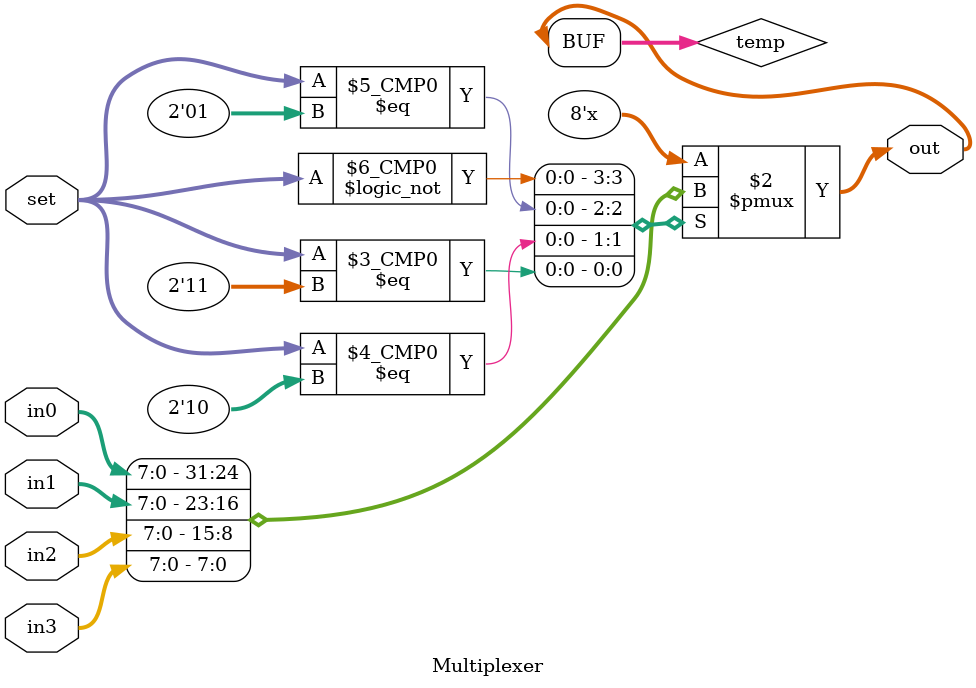
<source format=v>
/******************************************************************************
 * @Title: Multiplexer.v
 *
 * @authors Brandon Lewien
 * @date March 1st, 2018
 * @version 1.0--3/4/18BL
 *
 * Compiled using Quartus Prime Lite
 *
 * ***************************************************************************/

module Multiplexer(in0,in1,in2,in3,set,out);
	input [7:0] in0,in1,in2,in3;
	input[1:0] set;
	output [7:0] out;
	reg [7:0] temp;
	always@(*)
	begin
		case(set)
			2'b00 : temp = in0;
			2'b01 : temp = in1;
			2'b10 : temp = in2;
			2'b11 : temp = in3;
		endcase
	end
	assign out = temp;
endmodule

</source>
